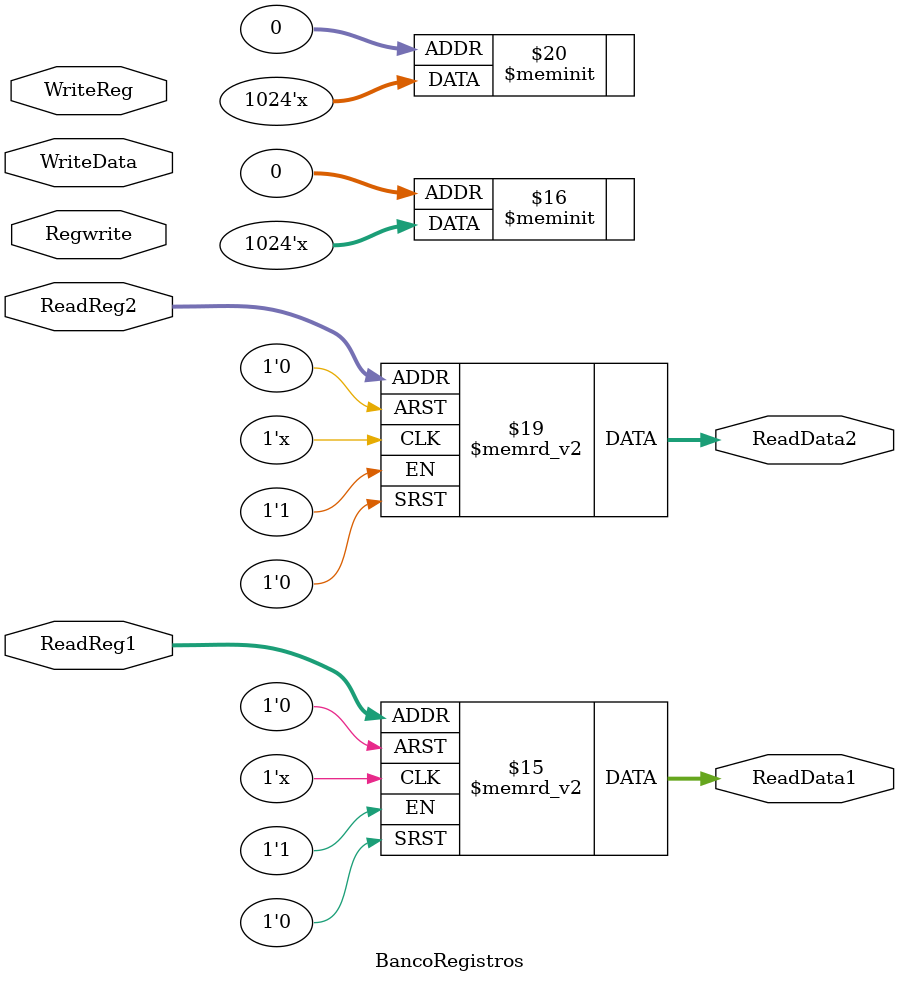
<source format=v>
module BancoRegistros (
	input [4:0]ReadReg1, 
	input [4:0]ReadReg2,
	input [4:0]WriteReg, 
	input [31:0]WriteData,
	input Regwrite,
	
	output reg [31:0]ReadData1, 
	output reg [31:0]ReadData2
);


reg [31:0]AlmacenReg[0:31];


/*initial
begin
	$readmemb("C:\\Computacion\\almacenBr.txt", AlmacenReg,0,31);
	#10;
end*/

always @*
begin
	
	AlmacenReg[WriteData] <= WriteData;
	
	ReadData1 <= AlmacenReg[ReadReg1];
	ReadData2 <= AlmacenReg[ReadReg2];
	
end

endmodule 
</source>
